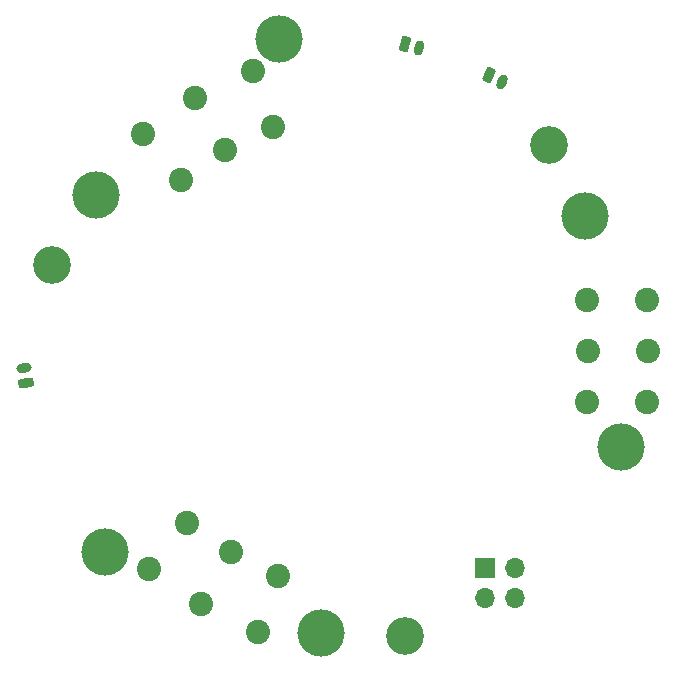
<source format=gbr>
%TF.GenerationSoftware,KiCad,Pcbnew,7.0.6*%
%TF.CreationDate,2023-12-22T17:32:37+03:00*%
%TF.ProjectId,_____ _______,1f3b3042-3020-43e3-913c-3e423e3a2e6b,rev?*%
%TF.SameCoordinates,Original*%
%TF.FileFunction,Soldermask,Bot*%
%TF.FilePolarity,Negative*%
%FSLAX46Y46*%
G04 Gerber Fmt 4.6, Leading zero omitted, Abs format (unit mm)*
G04 Created by KiCad (PCBNEW 7.0.6) date 2023-12-22 17:32:37*
%MOMM*%
%LPD*%
G01*
G04 APERTURE LIST*
G04 Aperture macros list*
%AMRoundRect*
0 Rectangle with rounded corners*
0 $1 Rounding radius*
0 $2 $3 $4 $5 $6 $7 $8 $9 X,Y pos of 4 corners*
0 Add a 4 corners polygon primitive as box body*
4,1,4,$2,$3,$4,$5,$6,$7,$8,$9,$2,$3,0*
0 Add four circle primitives for the rounded corners*
1,1,$1+$1,$2,$3*
1,1,$1+$1,$4,$5*
1,1,$1+$1,$6,$7*
1,1,$1+$1,$8,$9*
0 Add four rect primitives between the rounded corners*
20,1,$1+$1,$2,$3,$4,$5,0*
20,1,$1+$1,$4,$5,$6,$7,0*
20,1,$1+$1,$6,$7,$8,$9,0*
20,1,$1+$1,$8,$9,$2,$3,0*%
%AMHorizOval*
0 Thick line with rounded ends*
0 $1 width*
0 $2 $3 position (X,Y) of the first rounded end (center of the circle)*
0 $4 $5 position (X,Y) of the second rounded end (center of the circle)*
0 Add line between two ends*
20,1,$1,$2,$3,$4,$5,0*
0 Add two circle primitives to create the rounded ends*
1,1,$1,$2,$3*
1,1,$1,$4,$5*%
G04 Aperture macros list end*
%ADD10RoundRect,0.200000X0.477893X-0.118820X0.408434X0.275103X-0.477893X0.118820X-0.408434X-0.275103X0*%
%ADD11HorizOval,0.800000X0.246202X0.043412X-0.246202X-0.043412X0*%
%ADD12C,4.000000*%
%ADD13RoundRect,0.200000X-0.309654X-0.382903X0.076717X-0.486430X0.309654X0.382903X-0.076717X0.486430X0*%
%ADD14HorizOval,0.800000X-0.064705X-0.241481X0.064705X0.241481X0*%
%ADD15C,3.200000*%
%ADD16RoundRect,0.200000X-0.371440X-0.323315X-0.008917X-0.492362X0.371440X0.323315X0.008917X0.492362X0*%
%ADD17HorizOval,0.800000X-0.105655X-0.226577X0.105655X0.226577X0*%
%ADD18C,2.055000*%
%ADD19R,1.700000X1.700000*%
%ADD20O,1.700000X1.700000*%
G04 APERTURE END LIST*
D10*
%TO.C,J19*%
X57108357Y-98911293D03*
D11*
X56891297Y-97680283D03*
%TD*%
D12*
%TO.C,J7*%
X62992000Y-83058000D03*
%TD*%
D13*
%TO.C,J14*%
X89168894Y-70242942D03*
D14*
X90376301Y-70566466D03*
%TD*%
D12*
%TO.C,J17*%
X104394000Y-84836000D03*
%TD*%
%TO.C,J15*%
X78486000Y-69850000D03*
%TD*%
%TO.C,J6*%
X82042000Y-120142000D03*
%TD*%
%TO.C,J5*%
X63754000Y-113284000D03*
%TD*%
D15*
%TO.C,H1*%
X89142474Y-120336056D03*
%TD*%
D16*
%TO.C,J16*%
X96280894Y-72891413D03*
D17*
X97413779Y-73419686D03*
%TD*%
D12*
%TO.C,J18*%
X107442000Y-104394000D03*
%TD*%
D15*
%TO.C,H3*%
X101375563Y-78798705D03*
%TD*%
%TO.C,H2*%
X59286617Y-88973215D03*
%TD*%
D18*
%TO.C,J13*%
X76292270Y-72535673D03*
X78029732Y-77309312D03*
%TD*%
%TO.C,J11*%
X109692000Y-91948000D03*
X104612000Y-91948000D03*
%TD*%
%TO.C,J10*%
X71410000Y-74842886D03*
X73950000Y-79242295D03*
%TD*%
%TO.C,J9*%
X71918000Y-117689114D03*
X74458000Y-113289705D03*
%TD*%
%TO.C,J1*%
X109692000Y-100584000D03*
X104612000Y-100584000D03*
%TD*%
D19*
%TO.C,J4*%
X95960000Y-114574000D03*
D20*
X98500000Y-114574000D03*
X95960000Y-117114000D03*
X98500000Y-117114000D03*
%TD*%
D18*
%TO.C,J8*%
X104648109Y-96266000D03*
X109728109Y-96266000D03*
%TD*%
%TO.C,J2*%
X76692909Y-120052617D03*
X78430371Y-115278978D03*
%TD*%
%TO.C,J3*%
X66957456Y-77832800D03*
X70222817Y-81724306D03*
%TD*%
%TO.C,J12*%
X67465456Y-114699200D03*
X70730817Y-110807694D03*
%TD*%
M02*

</source>
